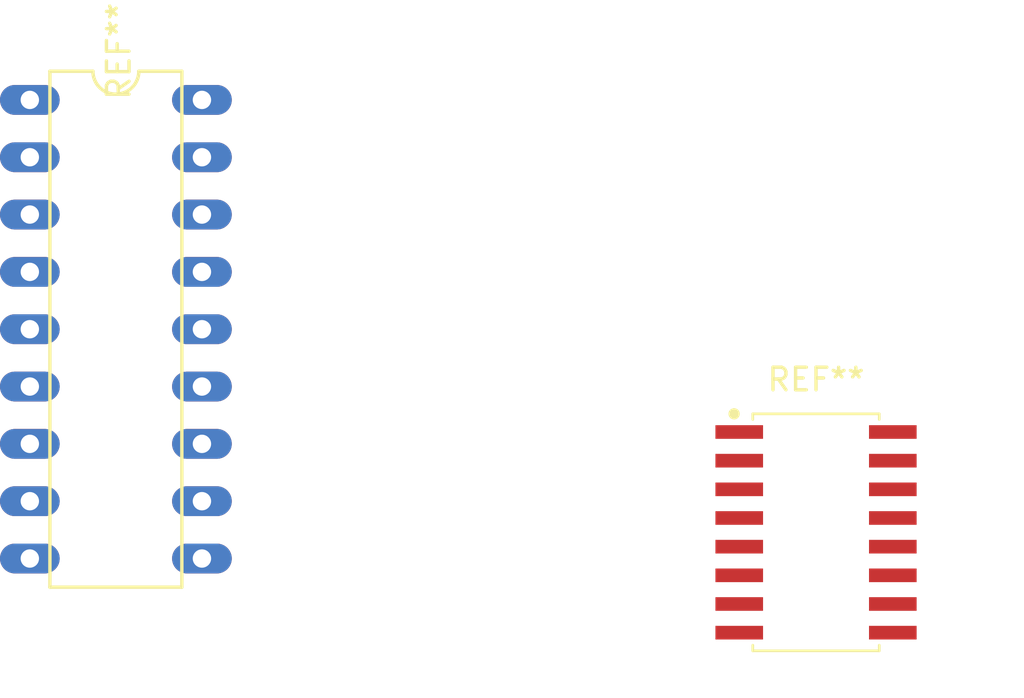
<source format=kicad_pcb>
(kicad_pcb (version 20241229) (generator "pcbnew") (generator_version "9.0")
  (layers (0 "F.Cu" signal) (2 "B.Cu" signal) (13 "F.Paste" user) (15 "B.Paste" user) (5 "F.SilkS" user "F.Silkscreen") (7 "B.SilkS" user "B.Silkscreen") (1 "F.Mask" user) (3 "B.Mask" user) (25 "Edge.Cuts" user))
  (net 0 "")
  (footprint "74C922:DIL18" (layer "F.Cu") (at 130 83 -90)
    (property "Reference" "REF**" (at -12.319 -0.127 90) (layer "F.SilkS"))
    (property "Value" "DIL18")
    (fp_line (start -11.43 2.921) (end 11.43 2.921) (stroke (width 0.1524)) (layer "F.SilkS"))
    (fp_line (start -11.43 2.921) (end -11.43 1.016) (stroke (width 0.1524)) (layer "F.SilkS"))
    (fp_line (start -11.43 -2.921) (end -11.43 -1.016) (stroke (width 0.1524)) (layer "F.SilkS"))
    (fp_line (start 11.43 -2.921) (end 11.43 2.921) (stroke (width 0.1524)) (layer "F.SilkS"))
    (fp_line (start 11.43 -2.921) (end -11.43 -2.921) (stroke (width 0.1524)) (layer "F.SilkS"))
    (fp_arc (start -11.43 -1.016) (mid -10.414 0) (end -11.43 1.016) (stroke (width 0.1524)) (layer "F.SilkS"))
    (pad "1" thru_hole oval (at -10.16 3.81 270) (size 1.3208 2.6416) (drill 0.8128) (layers "*.Cu" "*.Mask"))
    (pad "2" thru_hole oval (at -7.62 3.81 270) (size 1.3208 2.6416) (drill 0.8128) (layers "*.Cu" "*.Mask"))
    (pad "3" thru_hole oval (at -5.08 3.81 270) (size 1.3208 2.6416) (drill 0.8128) (layers "*.Cu" "*.Mask"))
    (pad "4" thru_hole oval (at -2.54 3.81 270) (size 1.3208 2.6416) (drill 0.8128) (layers "*.Cu" "*.Mask"))
    (pad "5" thru_hole oval (at 0 3.81 270) (size 1.3208 2.6416) (drill 0.8128) (layers "*.Cu" "*.Mask"))
    (pad "6" thru_hole oval (at 2.54 3.81 270) (size 1.3208 2.6416) (drill 0.8128) (layers "*.Cu" "*.Mask"))
    (pad "7" thru_hole oval (at 5.08 3.81 270) (size 1.3208 2.6416) (drill 0.8128) (layers "*.Cu" "*.Mask"))
    (pad "8" thru_hole oval (at 7.62 3.81 270) (size 1.3208 2.6416) (drill 0.8128) (layers "*.Cu" "*.Mask"))
    (pad "9" thru_hole oval (at 10.16 3.81 270) (size 1.3208 2.6416) (drill 0.8128) (layers "*.Cu" "*.Mask"))
    (pad "10" thru_hole oval (at 10.16 -3.81 270) (size 1.3208 2.6416) (drill 0.8128) (layers "*.Cu" "*.Mask"))
    (pad "11" thru_hole oval (at 7.62 -3.81 270) (size 1.3208 2.6416) (drill 0.8128) (layers "*.Cu" "*.Mask"))
    (pad "12" thru_hole oval (at 5.08 -3.81 270) (size 1.3208 2.6416) (drill 0.8128) (layers "*.Cu" "*.Mask"))
    (pad "13" thru_hole oval (at 2.54 -3.81 270) (size 1.3208 2.6416) (drill 0.8128) (layers "*.Cu" "*.Mask"))
    (pad "14" thru_hole oval (at 0 -3.81 270) (size 1.3208 2.6416) (drill 0.8128) (layers "*.Cu" "*.Mask"))
    (pad "15" thru_hole oval (at -2.54 -3.81 270) (size 1.3208 2.6416) (drill 0.8128) (layers "*.Cu" "*.Mask"))
    (pad "16" thru_hole oval (at -5.08 -3.81 270) (size 1.3208 2.6416) (drill 0.8128) (layers "*.Cu" "*.Mask"))
    (pad "17" thru_hole oval (at -7.62 -3.81 270) (size 1.3208 2.6416) (drill 0.8128) (layers "*.Cu" "*.Mask"))
    (pad "18" thru_hole oval (at -10.16 -3.81 270) (size 1.3208 2.6416) (drill 0.8128) (layers "*.Cu" "*.Mask"))
  )
  (footprint "CD4511:SOIC127P780X200-16N" (layer "F.Cu") (at 161 92)
    (property "Reference" "REF**" (at 0 -6.7712 0) (layer "F.SilkS"))
    (property "Value" "SOIC127P780X200-16N")
    (fp_line (start -2.8 -5.25) (end 2.8 -5.25) (stroke (width 0.12)) (layer "F.SilkS"))
    (fp_line (start -2.8 -5.0012) (end -2.8 -5.25) (stroke (width 0.12)) (layer "F.SilkS"))
    (fp_line (start -2.8 5.0012) (end -2.8 5.25) (stroke (width 0.12)) (layer "F.SilkS"))
    (fp_line (start -2.8 5.25) (end 2.8 5.25) (stroke (width 0.12)) (layer "F.SilkS"))
    (fp_line (start 2.8 -5.25) (end 2.8 -5.0012) (stroke (width 0.12)) (layer "F.SilkS"))
    (fp_line (start 2.8 5.25) (end 2.8 5.0012) (stroke (width 0.12)) (layer "F.SilkS"))
    (fp_circle (center -3.6271 -5.2512) (end -3.3771 -5.2512) (fill yes) (layer "F.SilkS"))
    (pad "1" smd rect (at -3.4 -4.445) (size 2.1084 0.6045) (layers "F.Cu" "F.Mask" "F.Paste"))
    (pad "2" smd rect (at -3.4 -3.175) (size 2.1084 0.6045) (layers "F.Cu" "F.Mask" "F.Paste"))
    (pad "3" smd rect (at -3.4 -1.905) (size 2.1084 0.6045) (layers "F.Cu" "F.Mask" "F.Paste"))
    (pad "4" smd rect (at -3.4 -0.635) (size 2.1084 0.6045) (layers "F.Cu" "F.Mask" "F.Paste"))
    (pad "5" smd rect (at -3.4 0.635) (size 2.1084 0.6045) (layers "F.Cu" "F.Mask" "F.Paste"))
    (pad "6" smd rect (at -3.4 1.905) (size 2.1084 0.6045) (layers "F.Cu" "F.Mask" "F.Paste"))
    (pad "7" smd rect (at -3.4 3.175) (size 2.1084 0.6045) (layers "F.Cu" "F.Mask" "F.Paste"))
    (pad "8" smd rect (at -3.4 4.445) (size 2.1084 0.6045) (layers "F.Cu" "F.Mask" "F.Paste"))
    (pad "9" smd rect (at 3.4 4.445) (size 2.1084 0.6045) (layers "F.Cu" "F.Mask" "F.Paste"))
    (pad "10" smd rect (at 3.4 3.175) (size 2.1084 0.6045) (layers "F.Cu" "F.Mask" "F.Paste"))
    (pad "11" smd rect (at 3.4 1.905) (size 2.1084 0.6045) (layers "F.Cu" "F.Mask" "F.Paste"))
    (pad "12" smd rect (at 3.4 0.635) (size 2.1084 0.6045) (layers "F.Cu" "F.Mask" "F.Paste"))
    (pad "13" smd rect (at 3.4 -0.635) (size 2.1084 0.6045) (layers "F.Cu" "F.Mask" "F.Paste"))
    (pad "14" smd rect (at 3.4 -1.905) (size 2.1084 0.6045) (layers "F.Cu" "F.Mask" "F.Paste"))
    (pad "15" smd rect (at 3.4 -3.175) (size 2.1084 0.6045) (layers "F.Cu" "F.Mask" "F.Paste"))
    (pad "16" smd rect (at 3.4 -4.445) (size 2.1084 0.6045) (layers "F.Cu" "F.Mask" "F.Paste"))
  )
)
</source>
